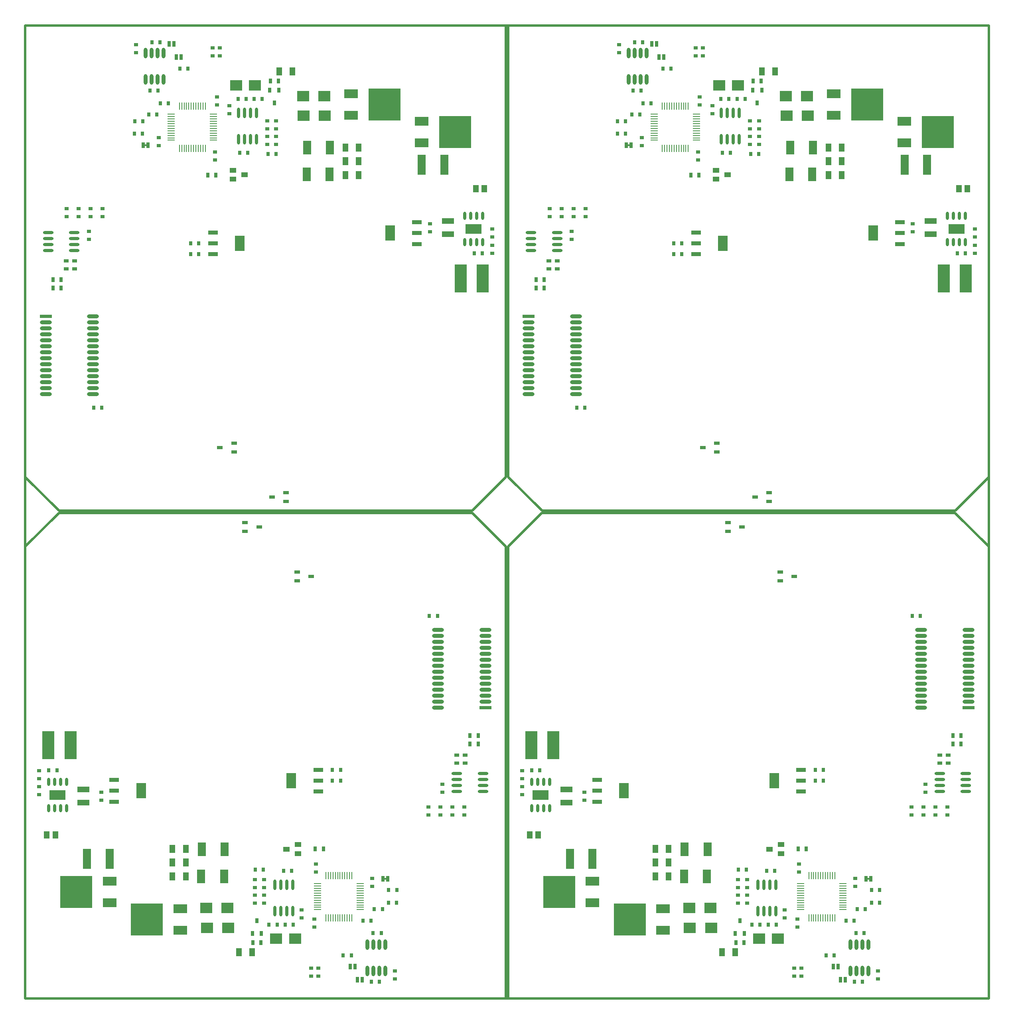
<source format=gtp>
G04*
G04 #@! TF.GenerationSoftware,Altium Limited,Altium Designer,20.0.14 (345)*
G04*
G04 Layer_Color=8421504*
%FSLAX44Y44*%
%MOMM*%
G71*
G01*
G75*
%ADD10R,1.3000X1.7000*%
%ADD11R,0.6350X1.2700*%
%ADD12R,2.5000X2.3000*%
%ADD13R,0.8000X0.9000*%
%ADD14R,0.9000X0.8000*%
%ADD15R,2.5000X1.3000*%
%ADD16R,2.1000X3.2000*%
%ADD17R,2.1000X0.9000*%
%ADD18R,2.5000X6.0000*%
%ADD19R,3.5000X2.0000*%
%ADD20O,0.6500X1.7500*%
%ADD21O,0.6500X2.2500*%
%ADD22R,0.8000X1.0000*%
%ADD23R,0.8000X1.1000*%
%ADD24R,1.5500X0.2500*%
%ADD25R,0.2500X1.5500*%
%ADD26R,0.8000X1.1000*%
%ADD27R,1.1000X0.8000*%
%ADD28R,1.2500X0.8000*%
%ADD29R,0.8000X0.3500*%
%ADD30R,6.7500X6.9000*%
%ADD31R,2.9000X1.9000*%
%ADD32R,1.4000X1.0000*%
%ADD33R,1.2000X1.6000*%
%ADD34R,2.5000X0.8000*%
%ADD35O,2.5000X0.8000*%
%ADD36O,0.8000X2.2500*%
%ADD37R,1.7500X4.2200*%
%ADD38R,1.7500X2.8500*%
%ADD39O,2.2500X0.6500*%
%ADD40C,0.5000*%
%ADD50R,0.9000X0.8000*%
%ADD51R,1.3000X1.7000*%
D10*
X453361Y97790D02*
D03*
X481361D02*
D03*
X312391Y317500D02*
D03*
X340391D02*
D03*
Y288290D02*
D03*
X312391D02*
D03*
X340391Y259080D02*
D03*
X312391D02*
D03*
X1478362Y97790D02*
D03*
X1506362D02*
D03*
X1337392Y317500D02*
D03*
X1365392D02*
D03*
Y288290D02*
D03*
X1337392D02*
D03*
X1365392Y259080D02*
D03*
X1337392D02*
D03*
X1591639Y1967210D02*
D03*
X1563639D02*
D03*
X1732609Y1747500D02*
D03*
X1704609D02*
D03*
X566638Y1967210D02*
D03*
X538638D02*
D03*
X707608Y1747500D02*
D03*
X679608D02*
D03*
D11*
X715011Y39370D02*
D03*
X704851D02*
D03*
X699771Y67310D02*
D03*
X689611D02*
D03*
X769621Y254000D02*
D03*
X759461D02*
D03*
X1740012Y39370D02*
D03*
X1729852D02*
D03*
X1724772Y67310D02*
D03*
X1714612D02*
D03*
X1794622Y254000D02*
D03*
X1784462D02*
D03*
X1329989Y2025630D02*
D03*
X1340149D02*
D03*
X1345229Y1997690D02*
D03*
X1355389D02*
D03*
X1275379Y1811000D02*
D03*
X1285539D02*
D03*
X304988Y2025630D02*
D03*
X315148D02*
D03*
X320228Y1997690D02*
D03*
X330388D02*
D03*
X250378Y1811000D02*
D03*
X260538D02*
D03*
D12*
X430531Y149860D02*
D03*
X385531D02*
D03*
X429261Y191770D02*
D03*
X384261D02*
D03*
X572451Y127000D02*
D03*
X532451D02*
D03*
X1455532Y149860D02*
D03*
X1410532D02*
D03*
X1454262Y191770D02*
D03*
X1409262D02*
D03*
X1597452Y127000D02*
D03*
X1557452D02*
D03*
X1614469Y1915140D02*
D03*
X1659469D02*
D03*
X1615739Y1873230D02*
D03*
X1660739D02*
D03*
X1472549Y1938000D02*
D03*
X1512549D02*
D03*
X589468Y1915140D02*
D03*
X634468D02*
D03*
X590738Y1873230D02*
D03*
X635738D02*
D03*
X447548Y1938000D02*
D03*
X487548D02*
D03*
D13*
X757801Y189230D02*
D03*
X740801D02*
D03*
X49921Y483870D02*
D03*
X66921D02*
D03*
X691761Y91440D02*
D03*
X674761D02*
D03*
X488071Y273050D02*
D03*
X505071D02*
D03*
X534281Y156210D02*
D03*
X517281D02*
D03*
X551571D02*
D03*
X568571D02*
D03*
X548151Y270510D02*
D03*
X565151D02*
D03*
X770891Y203200D02*
D03*
X787891D02*
D03*
X771281Y229870D02*
D03*
X788281D02*
D03*
X651901Y485140D02*
D03*
X668901Y485140D02*
D03*
X651901Y462280D02*
D03*
X668901D02*
D03*
X734451Y35560D02*
D03*
X751451D02*
D03*
X738261Y138430D02*
D03*
X755261Y138430D02*
D03*
X857641Y811530D02*
D03*
X874641D02*
D03*
X716671Y165100D02*
D03*
X733671D02*
D03*
X1782802Y189230D02*
D03*
X1765802D02*
D03*
X1074922Y483870D02*
D03*
X1091922D02*
D03*
X1716762Y91440D02*
D03*
X1699762D02*
D03*
X1513072Y273050D02*
D03*
X1530072D02*
D03*
X1559282Y156210D02*
D03*
X1542282D02*
D03*
X1576572D02*
D03*
X1593572D02*
D03*
X1573152Y270510D02*
D03*
X1590152D02*
D03*
X1795892Y203200D02*
D03*
X1812892D02*
D03*
X1796282Y229870D02*
D03*
X1813282D02*
D03*
X1676902Y485140D02*
D03*
X1693902Y485140D02*
D03*
X1676902Y462280D02*
D03*
X1693902D02*
D03*
X1759452Y35560D02*
D03*
X1776452D02*
D03*
X1763262Y138430D02*
D03*
X1780262Y138430D02*
D03*
X1882642Y811530D02*
D03*
X1899642D02*
D03*
X1741672Y165100D02*
D03*
X1758672D02*
D03*
X1287199Y1875770D02*
D03*
X1304199D02*
D03*
X1995079Y1581130D02*
D03*
X1978079D02*
D03*
X1353239Y1973560D02*
D03*
X1370239D02*
D03*
X1556929Y1791950D02*
D03*
X1539929D02*
D03*
X1510719Y1908790D02*
D03*
X1527719D02*
D03*
X1493429D02*
D03*
X1476429D02*
D03*
X1496849Y1794490D02*
D03*
X1479849D02*
D03*
X1274109Y1861800D02*
D03*
X1257109D02*
D03*
X1273719Y1835130D02*
D03*
X1256719D02*
D03*
X1393099Y1579860D02*
D03*
X1376099Y1579860D02*
D03*
X1393099Y1602720D02*
D03*
X1376099D02*
D03*
X1310549Y2029440D02*
D03*
X1293549D02*
D03*
X1306739Y1926570D02*
D03*
X1289739Y1926570D02*
D03*
X1187359Y1253470D02*
D03*
X1170359D02*
D03*
X1328329Y1899900D02*
D03*
X1311329D02*
D03*
X262198Y1875770D02*
D03*
X279198D02*
D03*
X970078Y1581130D02*
D03*
X953078D02*
D03*
X328238Y1973560D02*
D03*
X345238D02*
D03*
X531928Y1791950D02*
D03*
X514928D02*
D03*
X485718Y1908790D02*
D03*
X502718D02*
D03*
X468428D02*
D03*
X451428D02*
D03*
X471848Y1794490D02*
D03*
X454848D02*
D03*
X249108Y1861800D02*
D03*
X232108D02*
D03*
X248718Y1835130D02*
D03*
X231718D02*
D03*
X368098Y1579860D02*
D03*
X351098Y1579860D02*
D03*
X368098Y1602720D02*
D03*
X351098D02*
D03*
X285548Y2029440D02*
D03*
X268548D02*
D03*
X281738Y1926570D02*
D03*
X264738Y1926570D02*
D03*
X162358Y1253470D02*
D03*
X145358D02*
D03*
X303328Y1899900D02*
D03*
X286328D02*
D03*
D14*
X622301Y47380D02*
D03*
Y64380D02*
D03*
X607061D02*
D03*
Y47380D02*
D03*
X906781Y406010D02*
D03*
Y389010D02*
D03*
X881381Y406010D02*
D03*
Y389010D02*
D03*
X855981Y406010D02*
D03*
Y389010D02*
D03*
X932181Y406010D02*
D03*
Y389010D02*
D03*
X29211Y466480D02*
D03*
Y483480D02*
D03*
Y449190D02*
D03*
Y432190D02*
D03*
X487681Y252340D02*
D03*
Y235340D02*
D03*
X506731D02*
D03*
Y252340D02*
D03*
Y202320D02*
D03*
Y219320D02*
D03*
X487681D02*
D03*
Y202320D02*
D03*
X586741Y170570D02*
D03*
Y187570D02*
D03*
X784861Y58030D02*
D03*
Y41030D02*
D03*
X617221Y268360D02*
D03*
Y285360D02*
D03*
X613411Y168520D02*
D03*
Y151520D02*
D03*
X885191Y437270D02*
D03*
Y454270D02*
D03*
X161291Y420760D02*
D03*
Y437760D02*
D03*
X736601Y254880D02*
D03*
Y237880D02*
D03*
X1647302Y47380D02*
D03*
Y64380D02*
D03*
X1632062D02*
D03*
Y47380D02*
D03*
X1931782Y406010D02*
D03*
Y389010D02*
D03*
X1906382Y406010D02*
D03*
Y389010D02*
D03*
X1880982Y406010D02*
D03*
Y389010D02*
D03*
X1957182Y406010D02*
D03*
Y389010D02*
D03*
X1054212Y466480D02*
D03*
Y483480D02*
D03*
Y449190D02*
D03*
Y432190D02*
D03*
X1512682Y252340D02*
D03*
Y235340D02*
D03*
X1531732D02*
D03*
Y252340D02*
D03*
Y202320D02*
D03*
Y219320D02*
D03*
X1512682D02*
D03*
Y202320D02*
D03*
X1611742Y170570D02*
D03*
Y187570D02*
D03*
X1809862Y58030D02*
D03*
Y41030D02*
D03*
X1642222Y268360D02*
D03*
Y285360D02*
D03*
X1638412Y168520D02*
D03*
Y151520D02*
D03*
X1910192Y437270D02*
D03*
Y454270D02*
D03*
X1186292Y420760D02*
D03*
Y437760D02*
D03*
X1761602Y254880D02*
D03*
Y237880D02*
D03*
X1422699Y2017620D02*
D03*
Y2000620D02*
D03*
X1437939D02*
D03*
Y2017620D02*
D03*
X1557319Y1812660D02*
D03*
Y1829660D02*
D03*
X1538269D02*
D03*
Y1812660D02*
D03*
X1557319Y1845680D02*
D03*
Y1862680D02*
D03*
X1458259Y1894430D02*
D03*
Y1877430D02*
D03*
X1260139Y2006970D02*
D03*
Y2023970D02*
D03*
X1427779Y1796640D02*
D03*
Y1779640D02*
D03*
X1308399Y1810120D02*
D03*
Y1827120D02*
D03*
X397698Y2017620D02*
D03*
Y2000620D02*
D03*
X412938D02*
D03*
Y2017620D02*
D03*
X532318Y1812660D02*
D03*
Y1829660D02*
D03*
X513268D02*
D03*
Y1812660D02*
D03*
X532318Y1845680D02*
D03*
Y1862680D02*
D03*
X433258Y1894430D02*
D03*
Y1877430D02*
D03*
X235138Y2006970D02*
D03*
Y2023970D02*
D03*
X402778Y1796640D02*
D03*
Y1779640D02*
D03*
X283398Y1810120D02*
D03*
Y1827120D02*
D03*
D15*
X123191Y415260D02*
D03*
Y443260D02*
D03*
X1148192Y415260D02*
D03*
Y443260D02*
D03*
X1921809Y1649740D02*
D03*
Y1621740D02*
D03*
X896808Y1649740D02*
D03*
Y1621740D02*
D03*
D16*
X245671Y440690D02*
D03*
X564591Y462280D02*
D03*
X1270672Y440690D02*
D03*
X1589592Y462280D02*
D03*
X1799329Y1624310D02*
D03*
X1480409Y1602720D02*
D03*
X774328Y1624310D02*
D03*
X455408Y1602720D02*
D03*
D17*
X188671Y417690D02*
D03*
Y440690D02*
D03*
Y463690D02*
D03*
X621591Y485280D02*
D03*
X621591Y462280D02*
D03*
X621591Y439280D02*
D03*
X1213672Y417690D02*
D03*
Y440690D02*
D03*
Y463690D02*
D03*
X1646592Y485280D02*
D03*
X1646592Y462280D02*
D03*
X1646592Y439280D02*
D03*
X1856329Y1647310D02*
D03*
Y1624310D02*
D03*
Y1601310D02*
D03*
X1423409Y1579720D02*
D03*
X1423409Y1602720D02*
D03*
X1423409Y1625720D02*
D03*
X831328Y1647310D02*
D03*
Y1624310D02*
D03*
Y1601310D02*
D03*
X398408Y1579720D02*
D03*
X398408Y1602720D02*
D03*
X398408Y1625720D02*
D03*
D18*
X48891Y537210D02*
D03*
X95891D02*
D03*
X1073892D02*
D03*
X1120892D02*
D03*
X1996109Y1527790D02*
D03*
X1949109D02*
D03*
X971108D02*
D03*
X924108D02*
D03*
D19*
X68581Y431800D02*
D03*
X1093582D02*
D03*
X1976419Y1633200D02*
D03*
X951418D02*
D03*
D20*
X49531Y403970D02*
D03*
X62231D02*
D03*
X74931D02*
D03*
X87631D02*
D03*
X49531Y459470D02*
D03*
X62231D02*
D03*
X74931D02*
D03*
X87631D02*
D03*
X1074532Y403970D02*
D03*
X1087232D02*
D03*
X1099932D02*
D03*
X1112632D02*
D03*
X1074532Y459470D02*
D03*
X1087232D02*
D03*
X1099932D02*
D03*
X1112632D02*
D03*
X1995469Y1661030D02*
D03*
X1982769D02*
D03*
X1970069D02*
D03*
X1957369D02*
D03*
X1995469Y1605530D02*
D03*
X1982769D02*
D03*
X1970069D02*
D03*
X1957369D02*
D03*
X970468Y1661030D02*
D03*
X957768D02*
D03*
X945068D02*
D03*
X932368D02*
D03*
X970468Y1605530D02*
D03*
X957768D02*
D03*
X945068D02*
D03*
X932368D02*
D03*
D21*
X567691Y241030D02*
D03*
X554991D02*
D03*
X542291D02*
D03*
X529591D02*
D03*
X567691Y185530D02*
D03*
X554991D02*
D03*
X542291D02*
D03*
X529591D02*
D03*
X1592692Y241030D02*
D03*
X1579992D02*
D03*
X1567292D02*
D03*
X1554592D02*
D03*
X1592692Y185530D02*
D03*
X1579992D02*
D03*
X1567292D02*
D03*
X1554592D02*
D03*
X1477309Y1823970D02*
D03*
X1490009D02*
D03*
X1502709D02*
D03*
X1515409D02*
D03*
X1477309Y1879470D02*
D03*
X1490009D02*
D03*
X1502709D02*
D03*
X1515409D02*
D03*
X452308Y1823970D02*
D03*
X465008D02*
D03*
X477708D02*
D03*
X490408D02*
D03*
X452308Y1879470D02*
D03*
X465008D02*
D03*
X477708D02*
D03*
X490408D02*
D03*
D22*
X491491Y164630D02*
D03*
X1516492D02*
D03*
X1553509Y1900370D02*
D03*
X528508D02*
D03*
D23*
X481991Y137630D02*
D03*
X500991D02*
D03*
X1506992D02*
D03*
X1525992D02*
D03*
X1563009Y1927370D02*
D03*
X1544009D02*
D03*
X538008D02*
D03*
X519008D02*
D03*
D24*
X710481Y188400D02*
D03*
Y193400D02*
D03*
Y198400D02*
D03*
Y203400D02*
D03*
X710481Y208400D02*
D03*
Y213400D02*
D03*
Y218400D02*
D03*
X710481Y223400D02*
D03*
Y228400D02*
D03*
Y233400D02*
D03*
Y238400D02*
D03*
Y243400D02*
D03*
X620481D02*
D03*
Y238400D02*
D03*
Y233400D02*
D03*
Y228400D02*
D03*
Y223400D02*
D03*
X620481Y218400D02*
D03*
Y213400D02*
D03*
Y208400D02*
D03*
X620481Y203400D02*
D03*
Y198400D02*
D03*
Y193400D02*
D03*
Y188400D02*
D03*
X1735482D02*
D03*
Y193400D02*
D03*
Y198400D02*
D03*
Y203400D02*
D03*
X1735482Y208400D02*
D03*
Y213400D02*
D03*
Y218400D02*
D03*
X1735482Y223400D02*
D03*
Y228400D02*
D03*
Y233400D02*
D03*
Y238400D02*
D03*
Y243400D02*
D03*
X1645482D02*
D03*
Y238400D02*
D03*
Y233400D02*
D03*
Y228400D02*
D03*
Y223400D02*
D03*
X1645482Y218400D02*
D03*
Y213400D02*
D03*
Y208400D02*
D03*
X1645482Y203400D02*
D03*
Y198400D02*
D03*
Y193400D02*
D03*
Y188400D02*
D03*
X1334519Y1876600D02*
D03*
Y1871600D02*
D03*
Y1866600D02*
D03*
Y1861600D02*
D03*
X1334519Y1856600D02*
D03*
Y1851600D02*
D03*
Y1846600D02*
D03*
X1334519Y1841600D02*
D03*
Y1836600D02*
D03*
Y1831600D02*
D03*
Y1826600D02*
D03*
Y1821600D02*
D03*
X1424519D02*
D03*
Y1826600D02*
D03*
Y1831600D02*
D03*
Y1836600D02*
D03*
Y1841600D02*
D03*
X1424519Y1846600D02*
D03*
Y1851600D02*
D03*
Y1856600D02*
D03*
X1424519Y1861600D02*
D03*
Y1866600D02*
D03*
Y1871600D02*
D03*
Y1876600D02*
D03*
X309518D02*
D03*
Y1871600D02*
D03*
Y1866600D02*
D03*
Y1861600D02*
D03*
X309518Y1856600D02*
D03*
Y1851600D02*
D03*
Y1846600D02*
D03*
X309518Y1841600D02*
D03*
Y1836600D02*
D03*
Y1831600D02*
D03*
Y1826600D02*
D03*
Y1821600D02*
D03*
X399518D02*
D03*
Y1826600D02*
D03*
Y1831600D02*
D03*
Y1836600D02*
D03*
Y1841600D02*
D03*
X399518Y1846600D02*
D03*
Y1851600D02*
D03*
Y1856600D02*
D03*
X399518Y1861600D02*
D03*
Y1866600D02*
D03*
Y1871600D02*
D03*
Y1876600D02*
D03*
D25*
X692981Y260900D02*
D03*
X687981D02*
D03*
X682981Y260900D02*
D03*
X677981D02*
D03*
X672981D02*
D03*
X667981D02*
D03*
X662981D02*
D03*
X657981Y260900D02*
D03*
X652981Y260900D02*
D03*
X647981D02*
D03*
X642981D02*
D03*
X637981D02*
D03*
Y170900D02*
D03*
X642981D02*
D03*
X647981D02*
D03*
X652981D02*
D03*
X657981Y170900D02*
D03*
X662981Y170900D02*
D03*
X667981D02*
D03*
X672981D02*
D03*
X677981D02*
D03*
X682981D02*
D03*
X687981Y170900D02*
D03*
X692981D02*
D03*
X1717982Y260900D02*
D03*
X1712982D02*
D03*
X1707982Y260900D02*
D03*
X1702982D02*
D03*
X1697982D02*
D03*
X1692982D02*
D03*
X1687982D02*
D03*
X1682982Y260900D02*
D03*
X1677982Y260900D02*
D03*
X1672982D02*
D03*
X1667982D02*
D03*
X1662982D02*
D03*
Y170900D02*
D03*
X1667982D02*
D03*
X1672982D02*
D03*
X1677982D02*
D03*
X1682982Y170900D02*
D03*
X1687982Y170900D02*
D03*
X1692982D02*
D03*
X1697982D02*
D03*
X1702982D02*
D03*
X1707982D02*
D03*
X1712982Y170900D02*
D03*
X1717982D02*
D03*
X1352019Y1804100D02*
D03*
X1357019D02*
D03*
X1362019Y1804100D02*
D03*
X1367019D02*
D03*
X1372019D02*
D03*
X1377019D02*
D03*
X1382019D02*
D03*
X1387019Y1804100D02*
D03*
X1392019Y1804100D02*
D03*
X1397019D02*
D03*
X1402019D02*
D03*
X1407019D02*
D03*
Y1894100D02*
D03*
X1402019D02*
D03*
X1397019D02*
D03*
X1392019D02*
D03*
X1387019Y1894100D02*
D03*
X1382019Y1894100D02*
D03*
X1377019D02*
D03*
X1372019D02*
D03*
X1367019D02*
D03*
X1362019D02*
D03*
X1357019Y1894100D02*
D03*
X1352019D02*
D03*
X327018Y1804100D02*
D03*
X332018D02*
D03*
X337018Y1804100D02*
D03*
X342018D02*
D03*
X347018D02*
D03*
X352018D02*
D03*
X357018D02*
D03*
X362018Y1804100D02*
D03*
X367018Y1804100D02*
D03*
X372018D02*
D03*
X377018D02*
D03*
X382018D02*
D03*
Y1894100D02*
D03*
X377018D02*
D03*
X372018D02*
D03*
X367018D02*
D03*
X362018Y1894100D02*
D03*
X357018Y1894100D02*
D03*
X352018D02*
D03*
X347018D02*
D03*
X342018D02*
D03*
X337018D02*
D03*
X332018Y1894100D02*
D03*
X327018D02*
D03*
D26*
X944001Y557530D02*
D03*
X961001D02*
D03*
Y539750D02*
D03*
X944001D02*
D03*
X615511Y317500D02*
D03*
X632511D02*
D03*
X482991Y118110D02*
D03*
X499991D02*
D03*
X1969002Y557530D02*
D03*
X1986002D02*
D03*
Y539750D02*
D03*
X1969002D02*
D03*
X1640512Y317500D02*
D03*
X1657512D02*
D03*
X1507992Y118110D02*
D03*
X1524992D02*
D03*
X1100999Y1507470D02*
D03*
X1083999D02*
D03*
Y1525250D02*
D03*
X1100999D02*
D03*
X1429489Y1747500D02*
D03*
X1412489D02*
D03*
X1562009Y1946890D02*
D03*
X1545009D02*
D03*
X75998Y1507470D02*
D03*
X58998D02*
D03*
Y1525250D02*
D03*
X75998D02*
D03*
X404488Y1747500D02*
D03*
X387488D02*
D03*
X537008Y1946890D02*
D03*
X520008D02*
D03*
D27*
X915671Y516500D02*
D03*
Y499500D02*
D03*
X933451D02*
D03*
Y516500D02*
D03*
X1940672D02*
D03*
Y499500D02*
D03*
X1958452D02*
D03*
Y516500D02*
D03*
X1129329Y1548500D02*
D03*
Y1565500D02*
D03*
X1111549D02*
D03*
Y1548500D02*
D03*
X104328D02*
D03*
Y1565500D02*
D03*
X86548D02*
D03*
Y1548500D02*
D03*
D28*
X576901Y886200D02*
D03*
Y905200D02*
D03*
X606901Y895700D02*
D03*
X466331Y991260D02*
D03*
Y1010260D02*
D03*
X496331Y1000760D02*
D03*
X1601902Y886200D02*
D03*
Y905200D02*
D03*
X1631902Y895700D02*
D03*
X1491332Y991260D02*
D03*
Y1010260D02*
D03*
X1521332Y1000760D02*
D03*
X1468099Y1178800D02*
D03*
Y1159800D02*
D03*
X1438099Y1169300D02*
D03*
X1578669Y1073740D02*
D03*
Y1054740D02*
D03*
X1548669Y1064240D02*
D03*
X443098Y1178800D02*
D03*
Y1159800D02*
D03*
X413098Y1169300D02*
D03*
X553668Y1073740D02*
D03*
Y1054740D02*
D03*
X523668Y1064240D02*
D03*
D29*
X764541Y254000D02*
D03*
X1789542D02*
D03*
X1280459Y1811000D02*
D03*
X255458D02*
D03*
D30*
X107951Y226060D02*
D03*
X257811Y167640D02*
D03*
X1132952Y226060D02*
D03*
X1282812Y167640D02*
D03*
X1937049Y1838940D02*
D03*
X1787189Y1897360D02*
D03*
X912048Y1838940D02*
D03*
X762188Y1897360D02*
D03*
D31*
X178951Y248860D02*
D03*
Y203260D02*
D03*
X328811Y190440D02*
D03*
Y144840D02*
D03*
X1203952Y248860D02*
D03*
Y203260D02*
D03*
X1353812Y190440D02*
D03*
Y144840D02*
D03*
X1866049Y1816140D02*
D03*
Y1861740D02*
D03*
X1716189Y1874560D02*
D03*
Y1920160D02*
D03*
X841048Y1816140D02*
D03*
Y1861740D02*
D03*
X691188Y1874560D02*
D03*
Y1920160D02*
D03*
D32*
X578951Y307436D02*
D03*
Y326436D02*
D03*
X554451Y316936D02*
D03*
X1603952Y307436D02*
D03*
Y326436D02*
D03*
X1579452Y316936D02*
D03*
X1466049Y1757564D02*
D03*
Y1738564D02*
D03*
X1490549Y1748064D02*
D03*
X441048Y1757564D02*
D03*
Y1738564D02*
D03*
X465548Y1748064D02*
D03*
D33*
X63611Y346710D02*
D03*
X45611D02*
D03*
X1088612D02*
D03*
X1070612D02*
D03*
X1981389Y1718290D02*
D03*
X1999389D02*
D03*
X956388D02*
D03*
X974388D02*
D03*
D34*
X976631Y617220D02*
D03*
X2001632D02*
D03*
X1068369Y1447780D02*
D03*
X43368D02*
D03*
D35*
X976631Y629920D02*
D03*
Y642620D02*
D03*
Y655320D02*
D03*
Y668020D02*
D03*
Y680720D02*
D03*
Y693420D02*
D03*
Y706120D02*
D03*
Y718820D02*
D03*
Y731520D02*
D03*
Y744220D02*
D03*
Y756920D02*
D03*
Y769620D02*
D03*
Y782320D02*
D03*
X876131D02*
D03*
Y769620D02*
D03*
Y756920D02*
D03*
Y744220D02*
D03*
Y731520D02*
D03*
Y718820D02*
D03*
Y706120D02*
D03*
Y693420D02*
D03*
Y680720D02*
D03*
Y668020D02*
D03*
Y655320D02*
D03*
Y642620D02*
D03*
Y629920D02*
D03*
Y617220D02*
D03*
X2001632Y629920D02*
D03*
Y642620D02*
D03*
Y655320D02*
D03*
Y668020D02*
D03*
Y680720D02*
D03*
Y693420D02*
D03*
Y706120D02*
D03*
Y718820D02*
D03*
Y731520D02*
D03*
Y744220D02*
D03*
Y756920D02*
D03*
Y769620D02*
D03*
Y782320D02*
D03*
X1901132D02*
D03*
Y769620D02*
D03*
Y756920D02*
D03*
Y744220D02*
D03*
Y731520D02*
D03*
Y718820D02*
D03*
Y706120D02*
D03*
Y693420D02*
D03*
Y680720D02*
D03*
Y668020D02*
D03*
Y655320D02*
D03*
Y642620D02*
D03*
Y629920D02*
D03*
Y617220D02*
D03*
X1068369Y1435080D02*
D03*
Y1422380D02*
D03*
Y1409680D02*
D03*
Y1396980D02*
D03*
Y1384280D02*
D03*
Y1371580D02*
D03*
Y1358880D02*
D03*
Y1346180D02*
D03*
Y1333480D02*
D03*
Y1320780D02*
D03*
Y1308080D02*
D03*
Y1295380D02*
D03*
Y1282680D02*
D03*
X1168869D02*
D03*
Y1295380D02*
D03*
Y1308080D02*
D03*
Y1320780D02*
D03*
Y1333480D02*
D03*
Y1346180D02*
D03*
Y1358880D02*
D03*
Y1371580D02*
D03*
Y1384280D02*
D03*
Y1396980D02*
D03*
Y1409680D02*
D03*
Y1422380D02*
D03*
Y1435080D02*
D03*
Y1447780D02*
D03*
X43368Y1435080D02*
D03*
Y1422380D02*
D03*
Y1409680D02*
D03*
Y1396980D02*
D03*
Y1384280D02*
D03*
Y1371580D02*
D03*
Y1358880D02*
D03*
Y1346180D02*
D03*
Y1333480D02*
D03*
Y1320780D02*
D03*
Y1308080D02*
D03*
Y1295380D02*
D03*
Y1282680D02*
D03*
X143868D02*
D03*
Y1295380D02*
D03*
Y1308080D02*
D03*
Y1320780D02*
D03*
Y1333480D02*
D03*
Y1346180D02*
D03*
Y1358880D02*
D03*
Y1371580D02*
D03*
Y1384280D02*
D03*
Y1396980D02*
D03*
Y1409680D02*
D03*
Y1422380D02*
D03*
Y1435080D02*
D03*
Y1447780D02*
D03*
D36*
X726441Y58690D02*
D03*
X739141D02*
D03*
X751841D02*
D03*
X764541D02*
D03*
X726441Y114190D02*
D03*
X739141D02*
D03*
X751841D02*
D03*
X764541D02*
D03*
X1751442Y58690D02*
D03*
X1764142D02*
D03*
X1776842D02*
D03*
X1789542D02*
D03*
X1751442Y114190D02*
D03*
X1764142D02*
D03*
X1776842D02*
D03*
X1789542D02*
D03*
X1318559Y2006310D02*
D03*
X1305859D02*
D03*
X1293159D02*
D03*
X1280459D02*
D03*
X1318559Y1950810D02*
D03*
X1305859D02*
D03*
X1293159D02*
D03*
X1280459D02*
D03*
X293558Y2006310D02*
D03*
X280858D02*
D03*
X268158D02*
D03*
X255458D02*
D03*
X293558Y1950810D02*
D03*
X280858D02*
D03*
X268158D02*
D03*
X255458D02*
D03*
D37*
X130941Y295910D02*
D03*
X178941D02*
D03*
X1155942D02*
D03*
X1203942D02*
D03*
X1914059Y1769090D02*
D03*
X1866059D02*
D03*
X889058D02*
D03*
X841058D02*
D03*
D38*
X423031Y316230D02*
D03*
X374531D02*
D03*
X421761Y259080D02*
D03*
X373261D02*
D03*
X1448032Y316230D02*
D03*
X1399532D02*
D03*
X1446762Y259080D02*
D03*
X1398262D02*
D03*
X1621969Y1748770D02*
D03*
X1670469D02*
D03*
X1623239Y1805920D02*
D03*
X1671739D02*
D03*
X596968Y1748770D02*
D03*
X645468D02*
D03*
X598238Y1805920D02*
D03*
X646738D02*
D03*
D39*
X971441Y439420D02*
D03*
Y452120D02*
D03*
Y464820D02*
D03*
Y477520D02*
D03*
X915941Y439420D02*
D03*
Y452120D02*
D03*
Y464820D02*
D03*
Y477520D02*
D03*
X1996442Y439420D02*
D03*
Y452120D02*
D03*
Y464820D02*
D03*
Y477520D02*
D03*
X1940942Y439420D02*
D03*
Y452120D02*
D03*
Y464820D02*
D03*
Y477520D02*
D03*
X1073559Y1625580D02*
D03*
Y1612880D02*
D03*
Y1600180D02*
D03*
Y1587480D02*
D03*
X1129059Y1625580D02*
D03*
Y1612880D02*
D03*
Y1600180D02*
D03*
Y1587480D02*
D03*
X48558Y1625580D02*
D03*
Y1612880D02*
D03*
Y1600180D02*
D03*
Y1587480D02*
D03*
X104058Y1625580D02*
D03*
Y1612880D02*
D03*
Y1600180D02*
D03*
Y1587480D02*
D03*
D40*
X0Y0D02*
X2045000D01*
Y2065000D01*
X0D02*
X2045000D01*
X0Y0D02*
Y2065000D01*
X1Y-0D02*
X1020001D01*
Y957500D01*
X948501Y1030000D02*
X1020001Y958850D01*
X71151Y1030000D02*
X948501D01*
X1Y958850D02*
X71151Y1030000D01*
X1Y-0D02*
Y958850D01*
X1025002Y-0D02*
X2045002D01*
Y957500D01*
X1973502Y1030000D02*
X2045002Y958850D01*
X1096152Y1030000D02*
X1973502D01*
X1025002Y958850D02*
X1096152Y1030000D01*
X1025002Y-0D02*
Y958850D01*
X2044999Y2065000D02*
X1024999D01*
Y1107500D01*
X1096499Y1035000D02*
X1024999Y1106150D01*
X1973849Y1035000D02*
X1096499D01*
X2044999Y1106150D02*
X1973849Y1035000D01*
X2044999Y2065000D02*
Y1106150D01*
X1019998Y2065000D02*
X-2D01*
Y1107500D01*
X71498Y1035000D02*
X-2Y1106150D01*
X948848Y1035000D02*
X71498D01*
X1019998Y1106150D02*
X948848Y1035000D01*
X1019998Y2065000D02*
Y1106150D01*
D50*
X1138219Y1658990D02*
D03*
Y1675990D02*
D03*
X1163619Y1658990D02*
D03*
Y1675990D02*
D03*
X1189019Y1658990D02*
D03*
Y1675990D02*
D03*
X1112819Y1658990D02*
D03*
Y1675990D02*
D03*
X2015789Y1598520D02*
D03*
Y1581520D02*
D03*
Y1615810D02*
D03*
Y1632810D02*
D03*
X1538269Y1862680D02*
D03*
Y1845680D02*
D03*
X1431589Y1896480D02*
D03*
Y1913480D02*
D03*
X1159809Y1627730D02*
D03*
Y1610730D02*
D03*
X1883709Y1644240D02*
D03*
Y1627240D02*
D03*
X113218Y1658990D02*
D03*
Y1675990D02*
D03*
X138618Y1658990D02*
D03*
Y1675990D02*
D03*
X164018Y1658990D02*
D03*
Y1675990D02*
D03*
X87818Y1658990D02*
D03*
Y1675990D02*
D03*
X990788Y1598520D02*
D03*
Y1581520D02*
D03*
Y1615810D02*
D03*
Y1632810D02*
D03*
X513268Y1862680D02*
D03*
Y1845680D02*
D03*
X406588Y1896480D02*
D03*
Y1913480D02*
D03*
X134808Y1627730D02*
D03*
Y1610730D02*
D03*
X858708Y1644240D02*
D03*
Y1627240D02*
D03*
D51*
X1704609Y1776710D02*
D03*
X1732609D02*
D03*
X1704609Y1805920D02*
D03*
X1732609D02*
D03*
X679608Y1776710D02*
D03*
X707608D02*
D03*
X679608Y1805920D02*
D03*
X707608D02*
D03*
M02*

</source>
